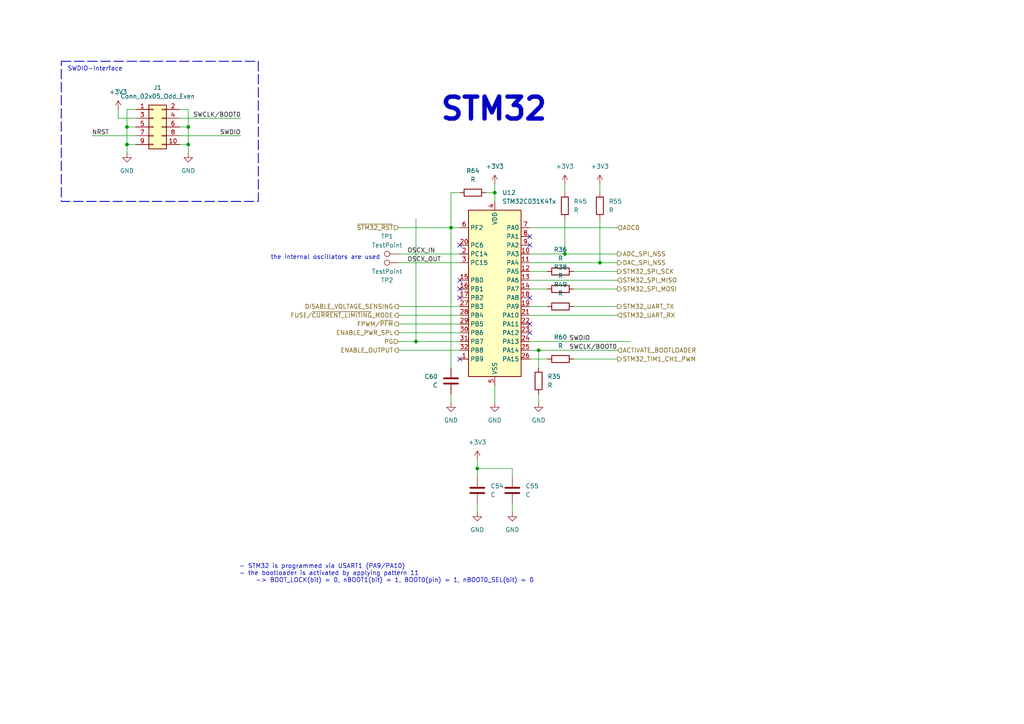
<source format=kicad_sch>
(kicad_sch (version 20250114) (generator "eeschema") (generator_version "9.0")
  (paper "A4")
  (lib_symbols
    (symbol "Connector:TestPoint" (pin_numbers (hide yes)) (pin_names (offset 0.762) (hide yes))
      (property "Reference" "TP" (at 0 6.858 0))
      (property "Value" "TestPoint" (at 0 5.08 0))
      (symbol "TestPoint_0_1"
        (circle (center 0 3.302) (radius 0.762))
      )
      (symbol "TestPoint_1_1"
        (pin passive line (at 0 0 90) (length 2.54) (name "1") (number "1"))
      )
    )
    (symbol "Connector_Generic:Conn_02x05_Odd_Even" (pin_names (offset 1.016) (hide yes))
      (property "Reference" "J" (at 1.27 7.62 0))
      (property "Value" "Conn_02x05_Odd_Even" (at 1.27 -7.62 0))
      (symbol "Conn_02x05_Odd_Even_1_1"
        (rectangle (start -1.27 6.35) (end 3.81 -6.35) (stroke (width 0.254)) (fill (type background)))
        (rectangle (start -1.27 5.207) (end 0 4.953) (stroke (width 0.1524)))
        (rectangle (start -1.27 2.667) (end 0 2.413) (stroke (width 0.1524)))
        (rectangle (start -1.27 0.127) (end 0 -0.127) (stroke (width 0.1524)))
        (rectangle (start -1.27 -2.413) (end 0 -2.667) (stroke (width 0.1524)))
        (rectangle (start -1.27 -4.953) (end 0 -5.207) (stroke (width 0.1524)))
        (rectangle (start 3.81 5.207) (end 2.54 4.953) (stroke (width 0.1524)))
        (rectangle (start 3.81 2.667) (end 2.54 2.413) (stroke (width 0.1524)))
        (rectangle (start 3.81 0.127) (end 2.54 -0.127) (stroke (width 0.1524)))
        (rectangle (start 3.81 -2.413) (end 2.54 -2.667) (stroke (width 0.1524)))
        (rectangle (start 3.81 -4.953) (end 2.54 -5.207) (stroke (width 0.1524)))
        (pin passive line (at -5.08 5.08 0) (length 3.81) (name "Pin_1") (number "1"))
        (pin passive line (at -5.08 2.54 0) (length 3.81) (name "Pin_3") (number "3"))
        (pin passive line (at -5.08 0 0) (length 3.81) (name "Pin_5") (number "5"))
        (pin passive line (at -5.08 -2.54 0) (length 3.81) (name "Pin_7") (number "7"))
        (pin passive line (at -5.08 -5.08 0) (length 3.81) (name "Pin_9") (number "9"))
        (pin passive line (at 7.62 5.08 180) (length 3.81) (name "Pin_2") (number "2"))
        (pin passive line (at 7.62 2.54 180) (length 3.81) (name "Pin_4") (number "4"))
        (pin passive line (at 7.62 0 180) (length 3.81) (name "Pin_6") (number "6"))
        (pin passive line (at 7.62 -2.54 180) (length 3.81) (name "Pin_8") (number "8"))
        (pin passive line (at 7.62 -5.08 180) (length 3.81) (name "Pin_10") (number "10"))
      )
    )
    (symbol "Device:C" (pin_numbers (hide yes)) (pin_names (offset 0.254))
      (property "Reference" "C" (at 0.635 2.54 0))
      (property "Value" "C" (at 0.635 -2.54 0))
      (symbol "C_0_1"
        (polyline (pts (xy -2.032 0.762) (xy 2.032 0.762)) (stroke (width 0.508)))
        (polyline (pts (xy -2.032 -0.762) (xy 2.032 -0.762)) (stroke (width 0.508)))
      )
      (symbol "C_1_1"
        (pin passive line (at 0 3.81 270) (length 2.794) (name "~") (number "1"))
        (pin passive line (at 0 -3.81 90) (length 2.794) (name "~") (number "2"))
      )
    )
    (symbol "Device:R" (pin_numbers (hide yes)) (pin_names (offset 0))
      (property "Reference" "R" (at 2.032 0 90))
      (property "Value" "R" (at 0 0 90))
      (symbol "R_0_1"
        (rectangle (start -1.016 -2.54) (end 1.016 2.54) (stroke (width 0.254)))
      )
      (symbol "R_1_1"
        (pin passive line (at 0 3.81 270) (length 1.27) (name "~") (number "1"))
        (pin passive line (at 0 -3.81 90) (length 1.27) (name "~") (number "2"))
      )
    )
    (symbol "MCU_ST_STM32C0:STM32C031K4Tx"
      (property "Reference" "U" (at -7.62 26.67 0))
      (property "Value" "STM32C031K4Tx" (at 2.54 26.67 0))
      (symbol "STM32C031K4Tx_0_1"
        (rectangle (start -7.62 -22.86) (end 7.62 25.4) (stroke (width 0.254)) (fill (type background)))
      )
      (symbol "STM32C031K4Tx_1_1"
        (pin bidirectional line (at -10.16 20.32 0) (length 2.54) (name "PF2") (number "6"))
        (pin bidirectional line (at -10.16 15.24 0) (length 2.54) (name "PC6") (number "20"))
        (pin bidirectional line (at -10.16 12.7 0) (length 2.54) (name "PC14") (number "2"))
        (pin bidirectional line (at -10.16 10.16 0) (length 2.54) (name "PC15") (number "3"))
        (pin bidirectional line (at -10.16 5.08 0) (length 2.54) (name "PB0") (number "15"))
        (pin bidirectional line (at -10.16 2.54 0) (length 2.54) (name "PB1") (number "16"))
        (pin bidirectional line (at -10.16 0 0) (length 2.54) (name "PB2") (number "17"))
        (pin bidirectional line (at -10.16 -2.54 0) (length 2.54) (name "PB3") (number "27"))
        (pin bidirectional line (at -10.16 -5.08 0) (length 2.54) (name "PB4") (number "28"))
        (pin bidirectional line (at -10.16 -7.62 0) (length 2.54) (name "PB5") (number "29"))
        (pin bidirectional line (at -10.16 -10.16 0) (length 2.54) (name "PB6") (number "30"))
        (pin bidirectional line (at -10.16 -12.7 0) (length 2.54) (name "PB7") (number "31"))
        (pin bidirectional line (at -10.16 -15.24 0) (length 2.54) (name "PB8") (number "32"))
        (pin bidirectional line (at -10.16 -17.78 0) (length 2.54) (name "PB9") (number "1"))
        (pin power_in line (at 0 27.94 270) (length 2.54) (name "VDD") (number "4"))
        (pin power_in line (at 0 -25.4 90) (length 2.54) (name "VSS") (number "5"))
        (pin bidirectional line (at 10.16 20.32 180) (length 2.54) (name "PA0") (number "7"))
        (pin bidirectional line (at 10.16 17.78 180) (length 2.54) (name "PA1") (number "8"))
        (pin bidirectional line (at 10.16 15.24 180) (length 2.54) (name "PA2") (number "9"))
        (pin bidirectional line (at 10.16 12.7 180) (length 2.54) (name "PA3") (number "10"))
        (pin bidirectional line (at 10.16 10.16 180) (length 2.54) (name "PA4") (number "11"))
        (pin bidirectional line (at 10.16 7.62 180) (length 2.54) (name "PA5") (number "12"))
        (pin bidirectional line (at 10.16 5.08 180) (length 2.54) (name "PA6") (number "13"))
        (pin bidirectional line (at 10.16 2.54 180) (length 2.54) (name "PA7") (number "14"))
        (pin bidirectional line (at 10.16 0 180) (length 2.54) (name "PA8") (number "18"))
        (pin bidirectional line (at 10.16 -2.54 180) (length 2.54) (name "PA9") (number "19"))
        (pin bidirectional line (at 10.16 -5.08 180) (length 2.54) (name "PA10") (number "21"))
        (pin bidirectional line (at 10.16 -7.62 180) (length 2.54) (name "PA11") (number "22"))
        (pin bidirectional line (at 10.16 -10.16 180) (length 2.54) (name "PA12") (number "23"))
        (pin bidirectional line (at 10.16 -12.7 180) (length 2.54) (name "PA13") (number "24"))
        (pin bidirectional line (at 10.16 -15.24 180) (length 2.54) (name "PA14") (number "25"))
        (pin bidirectional line (at 10.16 -17.78 180) (length 2.54) (name "PA15") (number "26"))
      )
    )
    (symbol "power:+3V3" (power) (pin_numbers (hide yes)) (pin_names (offset 0) (hide yes))
      (property "Value" "+3V3" (at 0 3.556 0))
      (symbol "+3V3_0_1"
        (polyline (pts (xy -0.762 1.27) (xy 0 2.54)))
        (polyline (pts (xy 0 2.54) (xy 0.762 1.27)))
        (polyline (pts (xy 0 0) (xy 0 2.54)))
      )
      (symbol "+3V3_1_1"
        (pin power_in line (at 0 0 90) (length 0) (name "~") (number "1"))
      )
    )
    (symbol "power:GND" (power) (pin_numbers (hide yes)) (pin_names (offset 0) (hide yes))
      (property "Value" "GND" (at 0 -3.81 0))
      (symbol "GND_0_1"
        (polyline (pts (xy 0 0) (xy 0 -1.27) (xy 1.27 -1.27) (xy 0 -2.54) (xy -1.27 -1.27) (xy 0 -1.27)))
      )
      (symbol "GND_1_1"
        (pin power_in line (at 0 0 270) (length 0) (name "~") (number "1"))
      )
    )
  )
  (rectangle (start 17.78 17.78) (end 74.93 58.42) (stroke (width 0.254) (type dash)))
  (text "the internal oscillators are used" (at 78.486 75.438 0) (effects (font (size 1.27 1.27)) (justify left bottom)))
  (text "SWDIO-Interface" (at 19.558 19.304 0) (effects (font (size 1.27 1.27)) (justify left top)))
  (text "STM32" (at 143.256 31.75 0) (effects (font (size 6.35 6.35) (thickness 1.27) (bold yes))))
  (text "- STM32 is programmed via USART1 (PA9/PA10)\n- the bootloader is activated by applying pattern 11\n	-> BOOT_LOCK(bit) = 0, nBOOT1(bit) = 1, BOOT0(pin) = 1, nBOOT0_SEL(bit) = 0" (at 69.342 169.164 0) (effects (font (size 1.27 1.27)) (justify left bottom)))
  (junction (at 54.61 41.91))
  (junction (at 156.21 101.6))
  (junction (at 54.61 36.83))
  (junction (at 36.83 36.83))
  (junction (at 138.43 135.89))
  (junction (at 36.83 41.91))
  (junction (at 163.83 73.66))
  (junction (at 120.65 99.06))
  (junction (at 130.81 66.04))
  (junction (at 173.99 76.2))
  (junction (at 143.51 55.88))
  (no_connect (at 153.67 96.52))
  (no_connect (at 133.35 86.36))
  (no_connect (at 153.67 86.36))
  (no_connect (at 153.67 68.58))
  (no_connect (at 153.67 93.98))
  (no_connect (at 133.35 83.82))
  (no_connect (at 133.35 71.12))
  (no_connect (at 133.35 104.14))
  (no_connect (at 153.67 71.12))
  (no_connect (at 133.35 81.28))
  (wire (pts (xy 156.21 101.6) (xy 156.21 106.68)))
  (wire (pts (xy 153.67 91.44) (xy 179.07 91.44)))
  (wire (pts (xy 153.67 104.14) (xy 158.75 104.14)))
  (wire (pts (xy 52.07 36.83) (xy 54.61 36.83)))
  (wire (pts (xy 153.67 88.9) (xy 158.75 88.9)))
  (wire (pts (xy 120.65 99.06) (xy 120.65 63.5)))
  (wire (pts (xy 36.83 36.83) (xy 39.37 36.83)))
  (wire (pts (xy 173.99 63.5) (xy 173.99 76.2)))
  (wire (pts (xy 52.07 31.75) (xy 54.61 31.75)))
  (wire (pts (xy 115.57 99.06) (xy 120.65 99.06)))
  (wire (pts (xy 130.81 66.04) (xy 133.35 66.04)))
  (wire (pts (xy 156.21 114.3) (xy 156.21 116.84)))
  (wire (pts (xy 115.57 96.52) (xy 133.35 96.52)))
  (wire (pts (xy 115.57 88.9) (xy 133.35 88.9)))
  (wire (pts (xy 179.07 76.2) (xy 173.99 76.2)))
  (wire (pts (xy 163.83 73.66) (xy 179.07 73.66)))
  (wire (pts (xy 138.43 146.05) (xy 138.43 148.59)))
  (wire (pts (xy 153.67 78.74) (xy 158.75 78.74)))
  (wire (pts (xy 36.83 31.75) (xy 36.83 36.83)))
  (wire (pts (xy 52.07 34.29) (xy 69.85 34.29)))
  (wire (pts (xy 143.51 111.76) (xy 143.51 116.84)))
  (wire (pts (xy 130.81 55.88) (xy 133.35 55.88)))
  (wire (pts (xy 153.67 81.28) (xy 179.07 81.28)))
  (wire (pts (xy 138.43 135.89) (xy 138.43 138.43)))
  (wire (pts (xy 115.57 101.6) (xy 133.35 101.6)))
  (wire (pts (xy 148.59 135.89) (xy 138.43 135.89)))
  (wire (pts (xy 153.67 66.04) (xy 179.07 66.04)))
  (wire (pts (xy 52.07 41.91) (xy 54.61 41.91)))
  (wire (pts (xy 52.07 39.37) (xy 69.85 39.37)))
  (wire (pts (xy 156.21 101.6) (xy 179.07 101.6)))
  (wire (pts (xy 115.57 73.66) (xy 133.35 73.66)))
  (wire (pts (xy 120.65 99.06) (xy 133.35 99.06)))
  (wire (pts (xy 166.37 88.9) (xy 179.07 88.9)))
  (wire (pts (xy 166.37 104.14) (xy 179.07 104.14)))
  (wire (pts (xy 166.37 83.82) (xy 179.07 83.82)))
  (wire (pts (xy 26.67 39.37) (xy 39.37 39.37)))
  (wire (pts (xy 143.51 53.34) (xy 143.51 55.88)))
  (wire (pts (xy 130.81 114.3) (xy 130.81 116.84)))
  (wire (pts (xy 54.61 41.91) (xy 54.61 44.45)))
  (wire (pts (xy 115.57 91.44) (xy 133.35 91.44)))
  (wire (pts (xy 54.61 36.83) (xy 54.61 41.91)))
  (wire (pts (xy 153.67 83.82) (xy 158.75 83.82)))
  (wire (pts (xy 153.67 76.2) (xy 173.99 76.2)))
  (wire (pts (xy 115.57 93.98) (xy 133.35 93.98)))
  (wire (pts (xy 140.97 55.88) (xy 143.51 55.88)))
  (wire (pts (xy 36.83 41.91) (xy 36.83 44.45)))
  (wire (pts (xy 153.67 73.66) (xy 163.83 73.66)))
  (wire (pts (xy 153.67 99.06) (xy 182.88 99.06)))
  (wire (pts (xy 148.59 146.05) (xy 148.59 148.59)))
  (wire (pts (xy 115.57 76.2) (xy 133.35 76.2)))
  (wire (pts (xy 138.43 133.35) (xy 138.43 135.89)))
  (wire (pts (xy 39.37 31.75) (xy 36.83 31.75)))
  (wire (pts (xy 130.81 55.88) (xy 130.81 66.04)))
  (wire (pts (xy 54.61 31.75) (xy 54.61 36.83)))
  (wire (pts (xy 143.51 55.88) (xy 143.51 58.42)))
  (wire (pts (xy 148.59 135.89) (xy 148.59 138.43)))
  (wire (pts (xy 34.29 31.75) (xy 34.29 34.29)))
  (wire (pts (xy 36.83 41.91) (xy 39.37 41.91)))
  (wire (pts (xy 153.67 101.6) (xy 156.21 101.6)))
  (wire (pts (xy 166.37 78.74) (xy 179.07 78.74)))
  (wire (pts (xy 130.81 66.04) (xy 130.81 106.68)))
  (wire (pts (xy 163.83 53.34) (xy 163.83 55.88)))
  (wire (pts (xy 36.83 36.83) (xy 36.83 41.91)))
  (wire (pts (xy 163.83 63.5) (xy 163.83 73.66)))
  (wire (pts (xy 115.57 66.04) (xy 130.81 66.04)))
  (wire (pts (xy 34.29 34.29) (xy 39.37 34.29)))
  (wire (pts (xy 173.99 53.34) (xy 173.99 55.88)))
  (label "NRST" (at 26.67 39.37 0))
  (label "SWCLK{slash}BOOT0" (at 165.1 101.6 0))
  (label "OSCX_OUT" (at 118.11 76.2 0))
  (label "SWCLK{slash}BOOT0" (at 69.85 34.29 180))
  (label "SWDIO" (at 69.85 39.37 180))
  (label "OSCX_IN" (at 118.11 73.66 0))
  (label "SWDIO" (at 165.1 99.06 0))
  (hierarchical_label "~{STM32_RST}" (shape input) (at 115.57 66.04 180))
  (hierarchical_label "STM32_SPI_MISO" (shape input) (at 179.07 81.28 0))
  (hierarchical_label "DAC_SPI_NSS" (shape output) (at 179.07 76.2 0))
  (hierarchical_label "ENABLE_OUTPUT" (shape output) (at 115.57 101.6 180))
  (hierarchical_label "STM32_SPI_SCK" (shape output) (at 179.07 78.74 0))
  (hierarchical_label "FUSE{slash}~{CURRENT_LIMITING}_MODE" (shape output) (at 115.57 91.44 180))
  (hierarchical_label "STM32_UART_TX" (shape output) (at 179.07 88.9 0))
  (hierarchical_label "STM32_TIM1_CH1_PWM" (shape output) (at 179.07 104.14 0))
  (hierarchical_label "ADC0" (shape input) (at 179.07 66.04 0))
  (hierarchical_label "FPWM{slash}~{PFM}" (shape output) (at 115.57 93.98 180))
  (hierarchical_label "ENABLE_PWR_SPL" (shape output) (at 115.57 96.52 180))
  (hierarchical_label "ADC_SPI_NSS" (shape output) (at 179.07 73.66 0))
  (hierarchical_label "DISABLE_VOLTAGE_SENSING" (shape output) (at 115.57 88.9 180))
  (hierarchical_label "ACTIVATE_BOOTLOADER" (shape input) (at 179.07 101.6 0))
  (hierarchical_label "STM32_UART_RX" (shape input) (at 179.07 91.44 0))
  (hierarchical_label "STM32_SPI_MOSI" (shape output) (at 179.07 83.82 0))
  (hierarchical_label "PG" (shape input) (at 115.57 99.06 180))
  (symbol (lib_id "power:GND") (at 138.43 148.59 0) (unit 1)
    (property "Reference" "#PWR089" (effects (hide yes)))
    (property "Value" "GND" (at 138.43 153.67 0))
    (property "Description" "Power symbol creates a global label with name \"GND\" , ground" (effects (hide yes)))
  )
  (symbol (lib_id "Device:R") (at 156.21 110.49 0) (unit 1)
    (property "Reference" "R35" (at 158.75 109.2199 0) (effects (justify left)))
    (property "Value" "R" (at 158.75 111.7599 0) (effects (justify left)))
    (property "Description" "Resistor" (effects (hide yes)))
  )
  (symbol (lib_id "power:+3V3") (at 138.43 133.35 0) (unit 1)
    (property "Reference" "#PWR088" (effects (hide yes)))
    (property "Value" "+3V3" (at 138.43 128.27 0))
    (property "Description" "Power symbol creates a global label with name \"+3V3\"" (effects (hide yes)))
  )
  (symbol (lib_id "power:GND") (at 143.51 116.84 0) (unit 1)
    (property "Reference" "#PWR091" (effects (hide yes)))
    (property "Value" "GND" (at 143.51 121.92 0))
    (property "Description" "Power symbol creates a global label with name \"GND\" , ground" (effects (hide yes)))
  )
  (symbol (lib_id "power:+3V3") (at 173.99 53.34 0) (unit 1)
    (property "Reference" "#PWR099" (effects (hide yes)))
    (property "Value" "+3V3" (at 173.99 48.26 0))
    (property "Description" "Power symbol creates a global label with name \"+3V3\"" (effects (hide yes)))
  )
  (symbol (lib_id "Device:R") (at 162.56 78.74 270) (unit 1)
    (property "Reference" "R36" (at 162.56 72.39 90))
    (property "Value" "R" (at 162.56 74.93 90))
    (property "Description" "Resistor" (effects (hide yes)))
  )
  (symbol (lib_id "power:GND") (at 148.59 148.59 0) (unit 1)
    (property "Reference" "#PWR090" (effects (hide yes)))
    (property "Value" "GND" (at 148.59 153.67 0))
    (property "Description" "Power symbol creates a global label with name \"GND\" , ground" (effects (hide yes)))
  )
  (symbol (lib_id "Device:R") (at 173.99 59.69 180) (unit 1)
    (property "Reference" "R55" (at 176.53 58.4199 0) (effects (justify right)))
    (property "Value" "R" (at 176.53 60.9599 0) (effects (justify right)))
    (property "Description" "Resistor" (effects (hide yes)))
  )
  (symbol (lib_id "power:GND") (at 156.21 116.84 0) (unit 1)
    (property "Reference" "#PWR015" (effects (hide yes)))
    (property "Value" "GND" (at 156.21 121.92 0))
    (property "Description" "Power symbol creates a global label with name \"GND\" , ground" (effects (hide yes)))
  )
  (symbol (lib_id "Device:R") (at 162.56 88.9 270) (unit 1)
    (property "Reference" "R49" (at 162.56 82.55 90))
    (property "Value" "R" (at 162.56 85.09 90))
    (property "Description" "Resistor" (effects (hide yes)))
  )
  (symbol (lib_id "power:+3V3") (at 163.83 53.34 0) (unit 1)
    (property "Reference" "#PWR042" (effects (hide yes)))
    (property "Value" "+3V3" (at 163.83 48.26 0))
    (property "Description" "Power symbol creates a global label with name \"+3V3\"" (effects (hide yes)))
  )
  (symbol (lib_id "MCU_ST_STM32C0:STM32C031K4Tx") (at 143.51 86.36 0) (unit 1)
    (property "Reference" "U12" (at 145.6533 55.88 0) (effects (justify left)))
    (property "Value" "STM32C031K4Tx" (at 145.6533 58.42 0) (effects (justify left)))
    (property "Footprint" "Package_QFP:LQFP-32_7x7mm_P0.8mm" (effects (hide yes)))
    (property "Datasheet" "https://www.st.com/resource/en/datasheet/stm32c031k4.pdf" (effects (hide yes)))
    (property "Description" "STMicroelectronics Arm Cortex-M0+ MCU, 16KB flash, 12KB RAM, 48 MHz, 2.0-3.6V, 30 GPIO, LQFP32" (effects (hide yes)))
  )
  (symbol (lib_id "Device:R") (at 163.83 59.69 180) (unit 1)
    (property "Reference" "R45" (at 166.37 58.4199 0) (effects (justify right)))
    (property "Value" "R" (at 166.37 60.9599 0) (effects (justify right)))
    (property "Description" "Resistor" (effects (hide yes)))
  )
  (symbol (lib_id "Device:R") (at 162.56 83.82 270) (unit 1)
    (property "Reference" "R38" (at 162.56 77.47 90))
    (property "Value" "R" (at 162.56 80.01 90))
    (property "Description" "Resistor" (effects (hide yes)))
  )
  (symbol (lib_id "Connector:TestPoint") (at 115.57 73.66 90) (unit 1)
    (property "Reference" "TP1" (at 112.268 68.58 90))
    (property "Value" "TestPoint" (at 112.268 71.12 90))
    (property "Description" "test point" (effects (hide yes)))
  )
  (symbol (lib_id "Connector:TestPoint") (at 115.57 76.2 90) (mirror x) (unit 1)
    (property "Reference" "TP2" (at 112.268 81.28 90))
    (property "Value" "TestPoint" (at 112.268 78.74 90))
    (property "Description" "test point" (effects (hide yes)))
  )
  (symbol (lib_id "Device:C") (at 138.43 142.24 0) (unit 1)
    (property "Reference" "C54" (at 142.24 140.9699 0) (effects (justify left)))
    (property "Value" "C" (at 142.24 143.5099 0) (effects (justify left)))
    (property "Description" "Unpolarized capacitor" (effects (hide yes)))
  )
  (symbol (lib_id "Device:R") (at 162.56 104.14 270) (unit 1)
    (property "Reference" "R60" (at 162.56 97.79 90))
    (property "Value" "R" (at 162.56 100.33 90))
    (property "Description" "Resistor" (effects (hide yes)))
  )
  (symbol (lib_id "power:GND") (at 54.61 44.45 0) (unit 1)
    (property "Reference" "#PWR0112" (effects (hide yes)))
    (property "Value" "GND" (at 54.61 49.53 0))
    (property "Description" "Power symbol creates a global label with name \"GND\" , ground" (effects (hide yes)))
  )
  (symbol (lib_id "power:+3V3") (at 34.29 31.75 0) (unit 1)
    (property "Reference" "#PWR0113" (effects (hide yes)))
    (property "Value" "+3V3" (at 34.29 26.67 0))
    (property "Description" "Power symbol creates a global label with name \"+3V3\"" (effects (hide yes)))
  )
  (symbol (lib_id "power:GND") (at 130.81 116.84 0) (unit 1)
    (property "Reference" "#PWR093" (effects (hide yes)))
    (property "Value" "GND" (at 130.81 121.92 0))
    (property "Description" "Power symbol creates a global label with name \"GND\" , ground" (effects (hide yes)))
  )
  (symbol (lib_id "power:GND") (at 36.83 44.45 0) (unit 1)
    (property "Reference" "#PWR064" (effects (hide yes)))
    (property "Value" "GND" (at 36.83 49.53 0))
    (property "Description" "Power symbol creates a global label with name \"GND\" , ground" (effects (hide yes)))
  )
  (symbol (lib_id "Device:C") (at 130.81 110.49 0) (mirror y) (unit 1)
    (property "Reference" "C60" (at 127 109.2199 0) (effects (justify left)))
    (property "Value" "C" (at 127 111.7599 0) (effects (justify left)))
    (property "Description" "Unpolarized capacitor" (effects (hide yes)))
  )
  (symbol (lib_id "Device:C") (at 148.59 142.24 0) (unit 1)
    (property "Reference" "C55" (at 152.4 140.9699 0) (effects (justify left)))
    (property "Value" "C" (at 152.4 143.5099 0) (effects (justify left)))
    (property "Description" "Unpolarized capacitor" (effects (hide yes)))
  )
  (symbol (lib_id "Device:R") (at 137.16 55.88 90) (unit 1)
    (property "Reference" "R64" (at 137.16 49.53 90))
    (property "Value" "R" (at 137.16 52.07 90))
    (property "Description" "Resistor" (effects (hide yes)))
  )
  (symbol (lib_id "Connector_Generic:Conn_02x05_Odd_Even") (at 44.45 36.83 0) (unit 1)
    (property "Reference" "J1" (at 45.72 25.4 0))
    (property "Value" "Conn_02x05_Odd_Even" (at 45.72 27.94 0))
    (property "Description" "Generic connector, double row, 02x05, odd/even pin numbering scheme (row 1 odd numbers, row 2 even numbers), script generated (kicad-library-utils/schlib/autogen/connector/)" (effects (hide yes)))
  )
  (symbol (lib_id "power:+3V3") (at 143.51 53.34 0) (unit 1)
    (property "Reference" "#PWR092" (effects (hide yes)))
    (property "Value" "+3V3" (at 143.51 48.26 0))
    (property "Description" "Power symbol creates a global label with name \"+3V3\"" (effects (hide yes)))
  )
)
</source>
